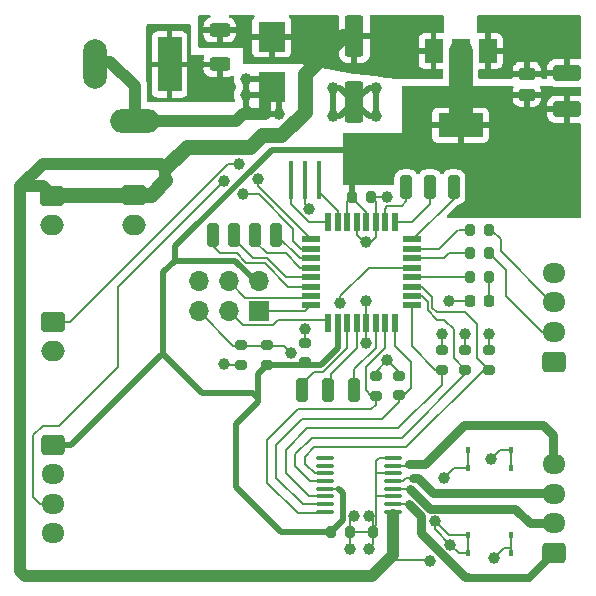
<source format=gbr>
%TF.GenerationSoftware,KiCad,Pcbnew,6.0.8-f2edbf62ab~116~ubuntu20.04.1*%
%TF.CreationDate,2022-11-29T14:24:58-06:00*%
%TF.ProjectId,glasses-display,676c6173-7365-4732-9d64-6973706c6179,rev?*%
%TF.SameCoordinates,Original*%
%TF.FileFunction,Copper,L1,Top*%
%TF.FilePolarity,Positive*%
%FSLAX46Y46*%
G04 Gerber Fmt 4.6, Leading zero omitted, Abs format (unit mm)*
G04 Created by KiCad (PCBNEW 6.0.8-f2edbf62ab~116~ubuntu20.04.1) date 2022-11-29 14:24:58*
%MOMM*%
%LPD*%
G01*
G04 APERTURE LIST*
G04 Aperture macros list*
%AMRoundRect*
0 Rectangle with rounded corners*
0 $1 Rounding radius*
0 $2 $3 $4 $5 $6 $7 $8 $9 X,Y pos of 4 corners*
0 Add a 4 corners polygon primitive as box body*
4,1,4,$2,$3,$4,$5,$6,$7,$8,$9,$2,$3,0*
0 Add four circle primitives for the rounded corners*
1,1,$1+$1,$2,$3*
1,1,$1+$1,$4,$5*
1,1,$1+$1,$6,$7*
1,1,$1+$1,$8,$9*
0 Add four rect primitives between the rounded corners*
20,1,$1+$1,$2,$3,$4,$5,0*
20,1,$1+$1,$4,$5,$6,$7,0*
20,1,$1+$1,$6,$7,$8,$9,0*
20,1,$1+$1,$8,$9,$2,$3,0*%
G04 Aperture macros list end*
%TA.AperFunction,SMDPad,CuDef*%
%ADD10RoundRect,0.200000X0.275000X-0.200000X0.275000X0.200000X-0.275000X0.200000X-0.275000X-0.200000X0*%
%TD*%
%TA.AperFunction,SMDPad,CuDef*%
%ADD11RoundRect,0.200000X-0.275000X0.200000X-0.275000X-0.200000X0.275000X-0.200000X0.275000X0.200000X0*%
%TD*%
%TA.AperFunction,SMDPad,CuDef*%
%ADD12R,1.500000X2.000000*%
%TD*%
%TA.AperFunction,SMDPad,CuDef*%
%ADD13R,3.800000X2.000000*%
%TD*%
%TA.AperFunction,ComponentPad*%
%ADD14RoundRect,0.250000X0.725000X-0.600000X0.725000X0.600000X-0.725000X0.600000X-0.725000X-0.600000X0*%
%TD*%
%TA.AperFunction,ComponentPad*%
%ADD15O,1.950000X1.700000*%
%TD*%
%TA.AperFunction,ComponentPad*%
%ADD16R,1.700000X1.700000*%
%TD*%
%TA.AperFunction,ComponentPad*%
%ADD17O,1.700000X1.700000*%
%TD*%
%TA.AperFunction,SMDPad,CuDef*%
%ADD18R,0.450000X0.600000*%
%TD*%
%TA.AperFunction,SMDPad,CuDef*%
%ADD19RoundRect,0.250000X0.250000X0.750000X-0.250000X0.750000X-0.250000X-0.750000X0.250000X-0.750000X0*%
%TD*%
%TA.AperFunction,ComponentPad*%
%ADD20RoundRect,0.250000X-0.750000X0.600000X-0.750000X-0.600000X0.750000X-0.600000X0.750000X0.600000X0*%
%TD*%
%TA.AperFunction,ComponentPad*%
%ADD21O,2.000000X1.700000*%
%TD*%
%TA.AperFunction,SMDPad,CuDef*%
%ADD22RoundRect,0.250000X0.450000X-0.262500X0.450000X0.262500X-0.450000X0.262500X-0.450000X-0.262500X0*%
%TD*%
%TA.AperFunction,SMDPad,CuDef*%
%ADD23RoundRect,0.250000X-0.550000X1.500000X-0.550000X-1.500000X0.550000X-1.500000X0.550000X1.500000X0*%
%TD*%
%TA.AperFunction,SMDPad,CuDef*%
%ADD24RoundRect,0.250000X0.925000X-0.412500X0.925000X0.412500X-0.925000X0.412500X-0.925000X-0.412500X0*%
%TD*%
%TA.AperFunction,SMDPad,CuDef*%
%ADD25R,0.550000X1.600000*%
%TD*%
%TA.AperFunction,SMDPad,CuDef*%
%ADD26R,1.600000X0.550000*%
%TD*%
%TA.AperFunction,SMDPad,CuDef*%
%ADD27RoundRect,0.250000X-0.250000X-0.750000X0.250000X-0.750000X0.250000X0.750000X-0.250000X0.750000X0*%
%TD*%
%TA.AperFunction,SMDPad,CuDef*%
%ADD28RoundRect,0.200000X-0.200000X-0.275000X0.200000X-0.275000X0.200000X0.275000X-0.200000X0.275000X0*%
%TD*%
%TA.AperFunction,SMDPad,CuDef*%
%ADD29RoundRect,0.100000X-0.637500X-0.100000X0.637500X-0.100000X0.637500X0.100000X-0.637500X0.100000X0*%
%TD*%
%TA.AperFunction,SMDPad,CuDef*%
%ADD30RoundRect,0.250000X0.625000X-0.312500X0.625000X0.312500X-0.625000X0.312500X-0.625000X-0.312500X0*%
%TD*%
%TA.AperFunction,SMDPad,CuDef*%
%ADD31R,0.400000X3.200000*%
%TD*%
%TA.AperFunction,SMDPad,CuDef*%
%ADD32R,2.300000X2.500000*%
%TD*%
%TA.AperFunction,ComponentPad*%
%ADD33R,2.000000X4.600000*%
%TD*%
%TA.AperFunction,ComponentPad*%
%ADD34O,2.000000X4.200000*%
%TD*%
%TA.AperFunction,ComponentPad*%
%ADD35O,4.200000X2.000000*%
%TD*%
%TA.AperFunction,SMDPad,CuDef*%
%ADD36RoundRect,0.200000X0.200000X0.275000X-0.200000X0.275000X-0.200000X-0.275000X0.200000X-0.275000X0*%
%TD*%
%TA.AperFunction,SMDPad,CuDef*%
%ADD37RoundRect,0.218750X-0.218750X-0.256250X0.218750X-0.256250X0.218750X0.256250X-0.218750X0.256250X0*%
%TD*%
%TA.AperFunction,ComponentPad*%
%ADD38RoundRect,0.250000X-0.725000X0.600000X-0.725000X-0.600000X0.725000X-0.600000X0.725000X0.600000X0*%
%TD*%
%TA.AperFunction,ViaPad*%
%ADD39C,1.000000*%
%TD*%
%TA.AperFunction,Conductor*%
%ADD40C,1.250000*%
%TD*%
%TA.AperFunction,Conductor*%
%ADD41C,0.200000*%
%TD*%
%TA.AperFunction,Conductor*%
%ADD42C,1.000000*%
%TD*%
%TA.AperFunction,Conductor*%
%ADD43C,0.500000*%
%TD*%
%TA.AperFunction,Conductor*%
%ADD44C,2.000000*%
%TD*%
%TA.AperFunction,Conductor*%
%ADD45C,0.750000*%
%TD*%
%TA.AperFunction,Conductor*%
%ADD46C,0.700000*%
%TD*%
G04 APERTURE END LIST*
D10*
%TO.P,R1,1*%
%TO.N,VCC*%
X72400000Y-80625000D03*
%TO.P,R1,2*%
%TO.N,~{RESET}*%
X72400000Y-78975000D03*
%TD*%
D11*
%TO.P,C7,1*%
%TO.N,~{RESET}*%
X70200000Y-78975000D03*
%TO.P,C7,2*%
%TO.N,GND*%
X70200000Y-80625000D03*
%TD*%
D12*
%TO.P,U1,1,GND*%
%TO.N,GND*%
X91100000Y-54050000D03*
%TO.P,U1,2,VO*%
%TO.N,VCC*%
X88800000Y-54050000D03*
D13*
X88800000Y-60350000D03*
D12*
%TO.P,U1,3,VI*%
%TO.N,VDD*%
X86500000Y-54050000D03*
%TD*%
D14*
%TO.P,J6,1,Pin_1*%
%TO.N,unconnected-(J6-Pad1)*%
X96700000Y-80350000D03*
D15*
%TO.P,J6,2,Pin_2*%
%TO.N,RXD*%
X96700000Y-77850000D03*
%TO.P,J6,3,Pin_3*%
%TO.N,TXD*%
X96700000Y-75350000D03*
%TO.P,J6,4,Pin_4*%
%TO.N,GND*%
X96700000Y-72850000D03*
%TD*%
D16*
%TO.P,J7,1,Pin_1*%
%TO.N,/MISO*%
X71725000Y-76090000D03*
D17*
%TO.P,J7,2,Pin_2*%
%TO.N,VCC*%
X71725000Y-73550000D03*
%TO.P,J7,3,Pin_3*%
%TO.N,/SCK*%
X69185000Y-76090000D03*
%TO.P,J7,4,Pin_4*%
%TO.N,/MOSI*%
X69185000Y-73550000D03*
%TO.P,J7,5,Pin_5*%
%TO.N,~{RESET}*%
X66645000Y-76090000D03*
%TO.P,J7,6,Pin_6*%
%TO.N,GND*%
X66645000Y-73550000D03*
%TD*%
D18*
%TO.P,D4,1,K*%
%TO.N,VDD*%
X89400000Y-89350000D03*
%TO.P,D4,2,A*%
%TO.N,/COILA2*%
X89400000Y-91450000D03*
%TD*%
D19*
%TO.P,J12,1,Pin_1*%
%TO.N,Net-(J12-Pad1)*%
X77600000Y-82800000D03*
%TD*%
D20*
%TO.P,J2,1,Pin_1*%
%TO.N,VDD*%
X54200000Y-66300000D03*
D21*
%TO.P,J2,2,Pin_2*%
%TO.N,GND*%
X54200000Y-68800000D03*
%TD*%
D10*
%TO.P,R6,1*%
%TO.N,/STBY*%
X87200000Y-81050000D03*
%TO.P,R6,2*%
%TO.N,GND*%
X87200000Y-79400000D03*
%TD*%
D22*
%TO.P,C2,1*%
%TO.N,VCC*%
X94400000Y-57800000D03*
%TO.P,C2,2*%
%TO.N,GND*%
X94400000Y-55975000D03*
%TD*%
D23*
%TO.P,C1,1*%
%TO.N,VDD*%
X79800000Y-52800000D03*
%TO.P,C1,2*%
%TO.N,GND*%
X79800000Y-58400000D03*
%TD*%
D24*
%TO.P,C3,1*%
%TO.N,VCC*%
X97800000Y-59000000D03*
%TO.P,C3,2*%
%TO.N,GND*%
X97800000Y-55925000D03*
%TD*%
D25*
%TO.P,U2,1,PD3*%
%TO.N,Net-(J16-Pad1)*%
X83200000Y-68550000D03*
%TO.P,U2,2,PD4*%
%TO.N,Net-(J17-Pad1)*%
X82400000Y-68550000D03*
%TO.P,U2,3,GND*%
%TO.N,GND*%
X81600000Y-68550000D03*
%TO.P,U2,4,VCC*%
%TO.N,VCC*%
X80800000Y-68550000D03*
%TO.P,U2,5,GND*%
%TO.N,GND*%
X80000000Y-68550000D03*
%TO.P,U2,6,VCC*%
%TO.N,VCC*%
X79200000Y-68550000D03*
%TO.P,U2,7,PB6/XTAL1*%
%TO.N,/XTAL1*%
X78400000Y-68550000D03*
%TO.P,U2,8,PB7/XTAL2*%
%TO.N,/XTAL2*%
X77600000Y-68550000D03*
D26*
%TO.P,U2,9,PD5*%
%TO.N,HOME_SWITCH*%
X76150000Y-70000000D03*
%TO.P,U2,10,PD6*%
%TO.N,BUTTON*%
X76150000Y-70800000D03*
%TO.P,U2,11,PD7*%
%TO.N,Net-(J18-Pad1)*%
X76150000Y-71600000D03*
%TO.P,U2,12,PB0*%
%TO.N,Net-(J9-Pad1)*%
X76150000Y-72400000D03*
%TO.P,U2,13,PB1*%
%TO.N,Net-(J10-Pad1)*%
X76150000Y-73200000D03*
%TO.P,U2,14,PB2*%
%TO.N,Net-(J11-Pad1)*%
X76150000Y-74000000D03*
%TO.P,U2,15,PB3*%
%TO.N,/MOSI*%
X76150000Y-74800000D03*
%TO.P,U2,16,PB4*%
%TO.N,/MISO*%
X76150000Y-75600000D03*
D25*
%TO.P,U2,17,PB5*%
%TO.N,/SCK*%
X77600000Y-77050000D03*
%TO.P,U2,18,AVCC*%
%TO.N,VCC*%
X78400000Y-77050000D03*
%TO.P,U2,19,ADC6*%
%TO.N,Net-(J13-Pad1)*%
X79200000Y-77050000D03*
%TO.P,U2,20,AREF*%
%TO.N,Net-(J12-Pad1)*%
X80000000Y-77050000D03*
%TO.P,U2,21,AGND*%
%TO.N,GND*%
X80800000Y-77050000D03*
%TO.P,U2,22,ADC7*%
%TO.N,Net-(J14-Pad1)*%
X81600000Y-77050000D03*
%TO.P,U2,23,PC0*%
%TO.N,/EN_B*%
X82400000Y-77050000D03*
%TO.P,U2,24,PC1*%
%TO.N,/PHA_B*%
X83200000Y-77050000D03*
D26*
%TO.P,U2,25,PC2*%
%TO.N,/STBY*%
X84650000Y-75600000D03*
%TO.P,U2,26,PC3*%
%TO.N,/EN_A*%
X84650000Y-74800000D03*
%TO.P,U2,27,PC4*%
%TO.N,/PHA_A*%
X84650000Y-74000000D03*
%TO.P,U2,28,PC5*%
%TO.N,Net-(R9-Pad1)*%
X84650000Y-73200000D03*
%TO.P,U2,29,PC6/~{RESET}*%
%TO.N,~{RESET}*%
X84650000Y-72400000D03*
%TO.P,U2,30,PD0*%
%TO.N,/RXD_PIN*%
X84650000Y-71600000D03*
%TO.P,U2,31,PD1*%
%TO.N,/TXD_PIN*%
X84650000Y-70800000D03*
%TO.P,U2,32,PD2*%
%TO.N,Net-(J15-Pad1)*%
X84650000Y-70000000D03*
%TD*%
D27*
%TO.P,J14,1,Pin_1*%
%TO.N,Net-(J14-Pad1)*%
X79800000Y-82800000D03*
%TD*%
D28*
%TO.P,R9,1*%
%TO.N,Net-(R9-Pad1)*%
X89550000Y-73200000D03*
%TO.P,R9,2*%
%TO.N,Net-(D10-Pad2)*%
X91200000Y-73200000D03*
%TD*%
D20*
%TO.P,J4,1,Pin_1*%
%TO.N,HOME_SWITCH*%
X54300000Y-77000000D03*
D21*
%TO.P,J4,2,Pin_2*%
%TO.N,GND*%
X54300000Y-79500000D03*
%TD*%
D19*
%TO.P,J10,1,Pin_1*%
%TO.N,Net-(J10-Pad1)*%
X69600000Y-69600000D03*
%TD*%
D27*
%TO.P,J13,1,Pin_1*%
%TO.N,Net-(J13-Pad1)*%
X75400000Y-82800000D03*
%TD*%
D18*
%TO.P,D7,1,K*%
%TO.N,/COILB1*%
X93100000Y-92950000D03*
%TO.P,D7,2,A*%
%TO.N,GND*%
X93100000Y-95050000D03*
%TD*%
%TO.P,D8,1,K*%
%TO.N,VDD*%
X89400000Y-96550000D03*
%TO.P,D8,2,A*%
%TO.N,/COILB2*%
X89400000Y-98650000D03*
%TD*%
D14*
%TO.P,J8,1,Pin_1*%
%TO.N,/COILB2*%
X96700000Y-96550000D03*
D15*
%TO.P,J8,2,Pin_2*%
%TO.N,/COILB1*%
X96700000Y-94050000D03*
%TO.P,J8,3,Pin_3*%
%TO.N,/COILA2*%
X96700000Y-91550000D03*
%TO.P,J8,4,Pin_4*%
%TO.N,/COILA1*%
X96700000Y-89050000D03*
%TD*%
D29*
%TO.P,U3,1,NC*%
%TO.N,unconnected-(U3-Pad1)*%
X77337500Y-88525000D03*
%TO.P,U3,2,NC*%
%TO.N,unconnected-(U3-Pad2)*%
X77337500Y-89175000D03*
%TO.P,U3,3,PHA_A*%
%TO.N,/PHA_A*%
X77337500Y-89825000D03*
%TO.P,U3,4,EN_A*%
%TO.N,/EN_A*%
X77337500Y-90475000D03*
%TO.P,U3,5,VCC*%
%TO.N,VCC*%
X77337500Y-91125000D03*
%TO.P,U3,6,STBY*%
%TO.N,/STBY*%
X77337500Y-91775000D03*
%TO.P,U3,7,PHA_B*%
%TO.N,/PHA_B*%
X77337500Y-92425000D03*
%TO.P,U3,8,EN_B*%
%TO.N,/EN_B*%
X77337500Y-93075000D03*
%TO.P,U3,9,VM*%
%TO.N,VDD*%
X83062500Y-93075000D03*
%TO.P,U3,10,BO2*%
%TO.N,/COILB2*%
X83062500Y-92425000D03*
%TO.P,U3,11,GND*%
%TO.N,GND*%
X83062500Y-91775000D03*
%TO.P,U3,12,BO1*%
%TO.N,/COILB1*%
X83062500Y-91125000D03*
%TO.P,U3,13,AO2*%
%TO.N,/COILA2*%
X83062500Y-90475000D03*
%TO.P,U3,14,GND*%
%TO.N,GND*%
X83062500Y-89825000D03*
%TO.P,U3,15,AO1*%
%TO.N,/COILA1*%
X83062500Y-89175000D03*
%TO.P,U3,16,GND*%
%TO.N,GND*%
X83062500Y-88525000D03*
%TD*%
D19*
%TO.P,J11,1,Pin_1*%
%TO.N,Net-(J11-Pad1)*%
X67800000Y-69600000D03*
%TD*%
D18*
%TO.P,D2,1,K*%
%TO.N,VDD*%
X89400000Y-87850000D03*
%TO.P,D2,2,A*%
%TO.N,/COILA1*%
X89400000Y-85750000D03*
%TD*%
D30*
%TO.P,F1,1*%
%TO.N,Net-(F1-Pad1)*%
X68400000Y-55200000D03*
%TO.P,F1,2*%
%TO.N,VDD*%
X68400000Y-52275000D03*
%TD*%
D10*
%TO.P,R5,1*%
%TO.N,/PHA_B*%
X83600000Y-83225000D03*
%TO.P,R5,2*%
%TO.N,GND*%
X83600000Y-81575000D03*
%TD*%
D31*
%TO.P,Y1,1,1*%
%TO.N,/XTAL1*%
X76800000Y-65000000D03*
%TO.P,Y1,2,2*%
%TO.N,GND*%
X75600000Y-65000000D03*
%TO.P,Y1,3,3*%
%TO.N,/XTAL2*%
X74400000Y-65000000D03*
%TD*%
D32*
%TO.P,D1,1,K*%
%TO.N,VDD*%
X72800000Y-52850000D03*
%TO.P,D1,2,A*%
%TO.N,GND*%
X72800000Y-57150000D03*
%TD*%
D20*
%TO.P,J3,1,Pin_1*%
%TO.N,VDD*%
X61100000Y-66250000D03*
D21*
%TO.P,J3,2,Pin_2*%
%TO.N,GND*%
X61100000Y-68750000D03*
%TD*%
D10*
%TO.P,R7,1*%
%TO.N,/EN_A*%
X89200000Y-81050000D03*
%TO.P,R7,2*%
%TO.N,GND*%
X89200000Y-79400000D03*
%TD*%
%TO.P,R8,1*%
%TO.N,/PHA_A*%
X91200000Y-81050000D03*
%TO.P,R8,2*%
%TO.N,GND*%
X91200000Y-79400000D03*
%TD*%
D33*
%TO.P,J1,1*%
%TO.N,Net-(F1-Pad1)*%
X64150000Y-55200000D03*
D34*
%TO.P,J1,2*%
%TO.N,GND*%
X57850000Y-55200000D03*
D35*
%TO.P,J1,3*%
X61250000Y-60000000D03*
%TD*%
D36*
%TO.P,C5,1*%
%TO.N,GND*%
X79450000Y-94800000D03*
%TO.P,C5,2*%
%TO.N,VCC*%
X77800000Y-94800000D03*
%TD*%
D19*
%TO.P,J18,1,Pin_1*%
%TO.N,Net-(J18-Pad1)*%
X73200000Y-69600000D03*
%TD*%
D28*
%TO.P,C4,1*%
%TO.N,VCC*%
X79600000Y-66400000D03*
%TO.P,C4,2*%
%TO.N,GND*%
X81250000Y-66400000D03*
%TD*%
%TO.P,R2,1*%
%TO.N,/RXD_PIN*%
X89550000Y-71200000D03*
%TO.P,R2,2*%
%TO.N,RXD*%
X91200000Y-71200000D03*
%TD*%
D36*
%TO.P,C8,1*%
%TO.N,VDD*%
X83050000Y-94800000D03*
%TO.P,C8,2*%
%TO.N,GND*%
X81400000Y-94800000D03*
%TD*%
D18*
%TO.P,D3,1,K*%
%TO.N,/COILA1*%
X93100000Y-85750000D03*
%TO.P,D3,2,A*%
%TO.N,GND*%
X93100000Y-87850000D03*
%TD*%
D28*
%TO.P,R3,1*%
%TO.N,/TXD_PIN*%
X89550000Y-69200000D03*
%TO.P,R3,2*%
%TO.N,TXD*%
X91200000Y-69200000D03*
%TD*%
D27*
%TO.P,J16,1,Pin_1*%
%TO.N,Net-(J16-Pad1)*%
X86200000Y-65600000D03*
%TD*%
D18*
%TO.P,D5,1,K*%
%TO.N,/COILA2*%
X93100000Y-91450000D03*
%TO.P,D5,2,A*%
%TO.N,GND*%
X93100000Y-89350000D03*
%TD*%
D37*
%TO.P,D10,1,K*%
%TO.N,GND*%
X89625000Y-75200000D03*
%TO.P,D10,2,A*%
%TO.N,Net-(D10-Pad2)*%
X91200000Y-75200000D03*
%TD*%
D27*
%TO.P,J17,1,Pin_1*%
%TO.N,Net-(J17-Pad1)*%
X84200000Y-65600000D03*
%TD*%
D10*
%TO.P,R4,1*%
%TO.N,/EN_B*%
X81600000Y-83250000D03*
%TO.P,R4,2*%
%TO.N,GND*%
X81600000Y-81600000D03*
%TD*%
D18*
%TO.P,D6,1,K*%
%TO.N,VDD*%
X89400000Y-95050000D03*
%TO.P,D6,2,A*%
%TO.N,/COILB1*%
X89400000Y-92950000D03*
%TD*%
D10*
%TO.P,C6,1*%
%TO.N,VCC*%
X75600000Y-80425000D03*
%TO.P,C6,2*%
%TO.N,GND*%
X75600000Y-78775000D03*
%TD*%
D19*
%TO.P,J9,1,Pin_1*%
%TO.N,Net-(J9-Pad1)*%
X71400000Y-69600000D03*
%TD*%
D18*
%TO.P,D9,1,K*%
%TO.N,/COILB2*%
X93100000Y-98650000D03*
%TO.P,D9,2,A*%
%TO.N,GND*%
X93100000Y-96550000D03*
%TD*%
D27*
%TO.P,J15,1,Pin_1*%
%TO.N,Net-(J15-Pad1)*%
X88200000Y-65600000D03*
%TD*%
D38*
%TO.P,J5,1,Pin_1*%
%TO.N,VCC*%
X54300000Y-87400000D03*
D15*
%TO.P,J5,2,Pin_2*%
%TO.N,GND*%
X54300000Y-89900000D03*
%TO.P,J5,3,Pin_3*%
%TO.N,BUTTON*%
X54300000Y-92400000D03*
%TO.P,J5,4,Pin_4*%
%TO.N,GND*%
X54300000Y-94900000D03*
%TD*%
D39*
%TO.N,VDD*%
X87934787Y-95865213D03*
X86200000Y-97200000D03*
X86600000Y-93874500D03*
X87400000Y-90200000D03*
%TO.N,GND*%
X94400000Y-54000000D03*
X72000000Y-59400000D03*
X79400000Y-96200000D03*
X70600000Y-56400000D03*
X75600000Y-77599500D03*
X79800000Y-93400000D03*
X97800000Y-51600000D03*
X80800000Y-75200000D03*
X97800000Y-54200000D03*
X81600000Y-57200000D03*
X91000000Y-51800000D03*
X91400000Y-88600000D03*
X78000000Y-59600000D03*
X80800000Y-70200000D03*
X81000000Y-96200000D03*
X82600000Y-80200000D03*
X73400000Y-59400000D03*
X87800000Y-75200000D03*
X80800000Y-78800000D03*
X91200000Y-78000000D03*
X89200000Y-78000000D03*
X91600000Y-97000000D03*
X70600000Y-57800000D03*
X76000000Y-67400000D03*
X78000000Y-57200000D03*
X81600000Y-59600000D03*
X87200000Y-78000000D03*
X81000000Y-93400000D03*
X68800000Y-80600000D03*
X82600000Y-66400000D03*
%TO.N,HOME_SWITCH*%
X70028602Y-63600000D03*
X71671398Y-64871398D03*
%TO.N,BUTTON*%
X68763948Y-65092549D03*
X70400000Y-66200000D03*
%TO.N,~{RESET}*%
X78600000Y-75400000D03*
X74400000Y-79600000D03*
%TD*%
D40*
%TO.N,VDD*%
X78800000Y-52800000D02*
X79800000Y-52800000D01*
X71000000Y-62200000D02*
X72000000Y-61200000D01*
D41*
X86200000Y-97200000D02*
X86150000Y-97150000D01*
X83050000Y-93087500D02*
X83062500Y-93075000D01*
D42*
X63400000Y-63600000D02*
X53400000Y-63600000D01*
X51900000Y-98500000D02*
X81300000Y-98500000D01*
D41*
X86600000Y-93874500D02*
X86600000Y-94530426D01*
D42*
X63800000Y-65000000D02*
X63800000Y-64000000D01*
X83050000Y-93325000D02*
X83062500Y-93325000D01*
D40*
X72000000Y-61200000D02*
X73600000Y-61200000D01*
D41*
X87775500Y-95050000D02*
X89400000Y-95050000D01*
X86600000Y-93874500D02*
X87775500Y-95050000D01*
D42*
X51500000Y-65500000D02*
X53400000Y-65500000D01*
X53400000Y-63600000D02*
X51500000Y-65500000D01*
D40*
X62550000Y-66250000D02*
X61100000Y-66250000D01*
X65600000Y-62200000D02*
X71000000Y-62200000D01*
X63800000Y-64000000D02*
X65600000Y-62200000D01*
D41*
X88250000Y-89350000D02*
X89400000Y-89350000D01*
D42*
X83050000Y-96750000D02*
X83050000Y-94800000D01*
X51500000Y-98100000D02*
X51900000Y-98500000D01*
D41*
X86150000Y-97150000D02*
X83050000Y-97150000D01*
D40*
X75600000Y-56000000D02*
X78800000Y-52800000D01*
D42*
X81300000Y-98500000D02*
X83050000Y-96750000D01*
D41*
X89400000Y-87850000D02*
X89400000Y-89350000D01*
D40*
X73600000Y-61200000D02*
X75600000Y-59200000D01*
D42*
X51500000Y-65500000D02*
X51500000Y-98100000D01*
X53400000Y-65500000D02*
X54200000Y-66300000D01*
D41*
X87934787Y-95865213D02*
X88619574Y-96550000D01*
X86600000Y-94530426D02*
X87934787Y-95865213D01*
D40*
X75600000Y-59200000D02*
X75600000Y-56000000D01*
X61100000Y-66250000D02*
X54250000Y-66250000D01*
D42*
X83050000Y-94800000D02*
X83050000Y-93325000D01*
X63800000Y-64000000D02*
X63400000Y-63600000D01*
D40*
X63800000Y-65000000D02*
X62550000Y-66250000D01*
D41*
X87400000Y-90200000D02*
X88250000Y-89350000D01*
D40*
X54250000Y-66250000D02*
X54200000Y-66300000D01*
D41*
X89400000Y-95050000D02*
X89400000Y-96550000D01*
X88619574Y-96550000D02*
X89400000Y-96550000D01*
%TO.N,GND*%
X93100000Y-96100000D02*
X92500000Y-96100000D01*
X81875000Y-88525000D02*
X81600000Y-88800000D01*
X80800000Y-75200000D02*
X80800000Y-77050000D01*
X93100000Y-96750000D02*
X93100000Y-96100000D01*
X89200000Y-79400000D02*
X89200000Y-78000000D01*
X80600000Y-70200000D02*
X80800000Y-70200000D01*
D42*
X61800000Y-60000000D02*
X69800000Y-60000000D01*
D41*
X83062500Y-91775000D02*
X81625000Y-91775000D01*
X68825000Y-80625000D02*
X68800000Y-80600000D01*
X81600000Y-88800000D02*
X81600000Y-89800000D01*
X93100000Y-87850000D02*
X92150000Y-87850000D01*
D43*
X72000000Y-59400000D02*
X71200000Y-59400000D01*
D41*
X83062500Y-89825000D02*
X81625000Y-89825000D01*
X79450000Y-96150000D02*
X79450000Y-94800000D01*
D43*
X73400000Y-59400000D02*
X73400000Y-57750000D01*
D41*
X80800000Y-78800000D02*
X80800000Y-77800000D01*
X75600000Y-67000000D02*
X75600000Y-64600000D01*
X81625000Y-91775000D02*
X81600000Y-91800000D01*
D43*
X78000000Y-59600000D02*
X78000000Y-57200000D01*
D41*
X79450000Y-93750000D02*
X79450000Y-94800000D01*
D43*
X72000000Y-57950000D02*
X72800000Y-57150000D01*
D41*
X92500000Y-96100000D02*
X91600000Y-97000000D01*
D42*
X72200000Y-57400000D02*
X72200000Y-59400000D01*
X61250000Y-57050000D02*
X61250000Y-59750000D01*
D41*
X83062500Y-88525000D02*
X81875000Y-88525000D01*
X92150000Y-87850000D02*
X91400000Y-88600000D01*
D42*
X61400000Y-59600000D02*
X61800000Y-60000000D01*
D41*
X81600000Y-94225000D02*
X81200000Y-94625000D01*
X87200000Y-79400000D02*
X87200000Y-78000000D01*
X81400000Y-93800000D02*
X81400000Y-94800000D01*
D43*
X70600000Y-57800000D02*
X70600000Y-56400000D01*
D41*
X81000000Y-93400000D02*
X81400000Y-93800000D01*
D42*
X69800000Y-60000000D02*
X70400000Y-59400000D01*
X57850000Y-54950000D02*
X59150000Y-54950000D01*
D41*
X80000000Y-68550000D02*
X80000000Y-69600000D01*
X81600000Y-66750000D02*
X81600000Y-68550000D01*
X80800000Y-70200000D02*
X81200000Y-70200000D01*
D43*
X81600000Y-59600000D02*
X81000000Y-59600000D01*
D41*
X83600000Y-81575000D02*
X83600000Y-81200000D01*
X70200000Y-80625000D02*
X68825000Y-80625000D01*
X80000000Y-69600000D02*
X80600000Y-70200000D01*
X81250000Y-66400000D02*
X81600000Y-66750000D01*
D43*
X78000000Y-59600000D02*
X78600000Y-59600000D01*
D41*
X93100000Y-89350000D02*
X93100000Y-87850000D01*
X89600000Y-75200000D02*
X87800000Y-75200000D01*
D43*
X71200000Y-59400000D02*
X70600000Y-58800000D01*
X73400000Y-59400000D02*
X72000000Y-59400000D01*
D42*
X70400000Y-59400000D02*
X71200000Y-59400000D01*
D41*
X81600000Y-89800000D02*
X81600000Y-91800000D01*
D42*
X72200000Y-59400000D02*
X71200000Y-59400000D01*
D41*
X93100000Y-96100000D02*
X93100000Y-95250000D01*
X79800000Y-93400000D02*
X79450000Y-93750000D01*
X81600000Y-81200000D02*
X82600000Y-80200000D01*
X81250000Y-66400000D02*
X82600000Y-66400000D01*
X81625000Y-89825000D02*
X81600000Y-89800000D01*
X81600000Y-91800000D02*
X81600000Y-94225000D01*
X81400000Y-94800000D02*
X81400000Y-95800000D01*
D43*
X81600000Y-57200000D02*
X81600000Y-59600000D01*
X70600000Y-58800000D02*
X70600000Y-57800000D01*
D41*
X81600000Y-81600000D02*
X81600000Y-81200000D01*
D43*
X70600000Y-56400000D02*
X72050000Y-56400000D01*
X70600000Y-57800000D02*
X72150000Y-57800000D01*
X72200000Y-59200000D02*
X72200000Y-57400000D01*
X61400000Y-59600000D02*
X61250000Y-59750000D01*
X78600000Y-59600000D02*
X79800000Y-58400000D01*
X72150000Y-57800000D02*
X72800000Y-57150000D01*
D41*
X79400000Y-96200000D02*
X79450000Y-96150000D01*
X91200000Y-79400000D02*
X91200000Y-78000000D01*
D42*
X59150000Y-54950000D02*
X61250000Y-57050000D01*
D43*
X78000000Y-57200000D02*
X78600000Y-57200000D01*
X81000000Y-57200000D02*
X79800000Y-58400000D01*
D41*
X81400000Y-95800000D02*
X81000000Y-96200000D01*
D43*
X72000000Y-59400000D02*
X72000000Y-57950000D01*
X72000000Y-59400000D02*
X72200000Y-59200000D01*
X73400000Y-57750000D02*
X72800000Y-57150000D01*
D41*
X75600000Y-77599500D02*
X75600000Y-78775000D01*
D43*
X81600000Y-57200000D02*
X81000000Y-57200000D01*
X78600000Y-57200000D02*
X79800000Y-58400000D01*
D41*
X81600000Y-69800000D02*
X81600000Y-68550000D01*
X79450000Y-94800000D02*
X81400000Y-94800000D01*
D43*
X81000000Y-59600000D02*
X79800000Y-58400000D01*
D41*
X83600000Y-81200000D02*
X82600000Y-80200000D01*
X76000000Y-67400000D02*
X75600000Y-67000000D01*
D43*
X72050000Y-56400000D02*
X72800000Y-57150000D01*
D41*
X81200000Y-70200000D02*
X81600000Y-69800000D01*
D43*
%TO.N,VCC*%
X71437500Y-73550000D02*
X69687500Y-71800000D01*
X78463908Y-91125000D02*
X78800000Y-91461092D01*
X69800000Y-85600000D02*
X69800000Y-91000000D01*
X69687500Y-71800000D02*
X64600000Y-71800000D01*
X63700000Y-79800000D02*
X63600000Y-79800000D01*
X69800000Y-91000000D02*
X73600000Y-94800000D01*
D41*
X80800000Y-68550000D02*
X80800000Y-67675000D01*
D43*
X63400000Y-79800000D02*
X63600000Y-79800000D01*
X71600000Y-83400000D02*
X71600000Y-81425000D01*
X73600000Y-94800000D02*
X77800000Y-94800000D01*
X71600000Y-83400000D02*
X71600000Y-83800000D01*
X79600000Y-66400000D02*
X79600000Y-62800000D01*
X71600000Y-83400000D02*
X71200000Y-83000000D01*
X72375000Y-80650000D02*
X76950000Y-80650000D01*
X66900000Y-83000000D02*
X63700000Y-79800000D01*
X64600000Y-70600000D02*
X64600000Y-71800000D01*
D41*
X79600000Y-66475000D02*
X79600000Y-66400000D01*
D43*
X78400000Y-91125000D02*
X78463908Y-91125000D01*
X78800000Y-93800000D02*
X77800000Y-94800000D01*
X71200000Y-83000000D02*
X66900000Y-83000000D01*
X64600000Y-71800000D02*
X63600000Y-72800000D01*
X63600000Y-72800000D02*
X63600000Y-79800000D01*
D41*
X79600000Y-66400000D02*
X79200000Y-66800000D01*
D43*
X71600000Y-81425000D02*
X72375000Y-80650000D01*
X79600000Y-62800000D02*
X79200000Y-62400000D01*
X54300000Y-87400000D02*
X55800000Y-87400000D01*
X78400000Y-78800000D02*
X78400000Y-77050000D01*
X78800000Y-91461092D02*
X78800000Y-93800000D01*
D41*
X77337500Y-91125000D02*
X78400000Y-91125000D01*
D43*
X71725000Y-73550000D02*
X71437500Y-73550000D01*
X71600000Y-83800000D02*
X69800000Y-85600000D01*
X55800000Y-87400000D02*
X63400000Y-79800000D01*
X79200000Y-62400000D02*
X72800000Y-62400000D01*
X72800000Y-62400000D02*
X64600000Y-70600000D01*
X78400000Y-79200000D02*
X78400000Y-78800000D01*
D44*
X88800000Y-54050000D02*
X88800000Y-60350000D01*
D43*
X76950000Y-80650000D02*
X78400000Y-79200000D01*
D41*
X79200000Y-66800000D02*
X79200000Y-68550000D01*
X80800000Y-67675000D02*
X79600000Y-66475000D01*
D45*
%TO.N,/COILA1*%
X96600000Y-86600000D02*
X95750000Y-85750000D01*
X85800000Y-89000000D02*
X84400000Y-89000000D01*
X96600000Y-88950000D02*
X96600000Y-86600000D01*
X95750000Y-85750000D02*
X93100000Y-85750000D01*
X89050000Y-85750000D02*
X85800000Y-89000000D01*
D41*
X84400000Y-89000000D02*
X84225000Y-89175000D01*
D45*
X89400000Y-85750000D02*
X89050000Y-85750000D01*
D41*
X84225000Y-89175000D02*
X83062500Y-89175000D01*
D45*
X96700000Y-89050000D02*
X96600000Y-88950000D01*
X89400000Y-85750000D02*
X93100000Y-85750000D01*
D41*
%TO.N,/COILA2*%
X83925000Y-90475000D02*
X83062500Y-90475000D01*
D45*
X85200000Y-90200000D02*
X86450000Y-91450000D01*
X96700000Y-91550000D02*
X96600000Y-91450000D01*
D41*
X84200000Y-90200000D02*
X83925000Y-90475000D01*
D45*
X86450000Y-91450000D02*
X89400000Y-91450000D01*
X84800000Y-90200000D02*
X85200000Y-90200000D01*
X89400000Y-91450000D02*
X93100000Y-91450000D01*
D41*
X84800000Y-90200000D02*
X84200000Y-90200000D01*
D45*
X96600000Y-91450000D02*
X93100000Y-91450000D01*
D41*
%TO.N,/COILB1*%
X84525000Y-91125000D02*
X83062500Y-91125000D01*
D45*
X96700000Y-94050000D02*
X94650000Y-94050000D01*
X93400000Y-92800000D02*
X86200000Y-92800000D01*
X94650000Y-94050000D02*
X93400000Y-92800000D01*
X86200000Y-92800000D02*
X84525000Y-91125000D01*
%TO.N,/COILB2*%
X89150000Y-98600000D02*
X89175000Y-98625000D01*
X89150000Y-98600000D02*
X85400000Y-94850000D01*
X85400000Y-93400000D02*
X84425000Y-92425000D01*
D46*
X93100000Y-98650000D02*
X94600000Y-98650000D01*
D45*
X85400000Y-94850000D02*
X85400000Y-93400000D01*
X89200000Y-98600000D02*
X89150000Y-98600000D01*
X89175000Y-98625000D02*
X89400000Y-98625000D01*
D46*
X93100000Y-98650000D02*
X89400000Y-98650000D01*
D41*
X84425000Y-92425000D02*
X83062500Y-92425000D01*
D46*
X94600000Y-98650000D02*
X96700000Y-96550000D01*
D41*
%TO.N,Net-(D10-Pad2)*%
X91200000Y-73200000D02*
X91200000Y-75200000D01*
%TO.N,Net-(F1-Pad1)*%
X68150000Y-54950000D02*
X68400000Y-55200000D01*
%TO.N,HOME_SWITCH*%
X70028602Y-63600000D02*
X69125833Y-63600000D01*
X55725833Y-77000000D02*
X54300000Y-77000000D01*
X71671398Y-65471398D02*
X76150000Y-69950000D01*
X69125833Y-63600000D02*
X55725833Y-77000000D01*
X71671398Y-64871398D02*
X71671398Y-65471398D01*
X76150000Y-69950000D02*
X76150000Y-70000000D01*
%TO.N,BUTTON*%
X75275000Y-70800000D02*
X76150000Y-70800000D01*
X54800000Y-85800000D02*
X53400000Y-85800000D01*
X53400000Y-85800000D02*
X52600000Y-86600000D01*
X68763948Y-65092549D02*
X68763948Y-65093256D01*
X74600000Y-70125000D02*
X75275000Y-70800000D01*
X52600000Y-86600000D02*
X52600000Y-91800000D01*
X74600000Y-69100000D02*
X74600000Y-70125000D01*
X52600000Y-91800000D02*
X53200000Y-92400000D01*
X70400000Y-66200000D02*
X71700000Y-66200000D01*
X59800000Y-74057204D02*
X59800000Y-80800000D01*
X59800000Y-80800000D02*
X54800000Y-85800000D01*
X53200000Y-92400000D02*
X54300000Y-92400000D01*
X68763948Y-65093256D02*
X59800000Y-74057204D01*
X71700000Y-66200000D02*
X74600000Y-69100000D01*
%TO.N,RXD*%
X92600000Y-74800000D02*
X95650000Y-77850000D01*
X91200000Y-71200000D02*
X92600000Y-72600000D01*
X92600000Y-72600000D02*
X92600000Y-74800000D01*
X95650000Y-77850000D02*
X96300000Y-77850000D01*
%TO.N,TXD*%
X92200000Y-71000000D02*
X92200000Y-70000000D01*
X92200000Y-70000000D02*
X91400000Y-69200000D01*
X96300000Y-75100000D02*
X92200000Y-71000000D01*
X96300000Y-75350000D02*
X96300000Y-75100000D01*
%TO.N,/MISO*%
X75660000Y-76090000D02*
X76150000Y-75600000D01*
X71725000Y-76090000D02*
X75660000Y-76090000D01*
%TO.N,/SCK*%
X72875000Y-77240000D02*
X70335000Y-77240000D01*
X77600000Y-77050000D02*
X77350000Y-76800000D01*
X73315000Y-76800000D02*
X72875000Y-77240000D01*
X70335000Y-77240000D02*
X69185000Y-76090000D01*
X77350000Y-76800000D02*
X73315000Y-76800000D01*
%TO.N,/MOSI*%
X76010000Y-74940000D02*
X76150000Y-74800000D01*
X69185000Y-73550000D02*
X70575000Y-74940000D01*
X70575000Y-74940000D02*
X76010000Y-74940000D01*
%TO.N,~{RESET}*%
X78600000Y-75400000D02*
X78600000Y-74800000D01*
X69555000Y-79000000D02*
X66645000Y-76090000D01*
X81000000Y-72400000D02*
X84650000Y-72400000D01*
X78600000Y-74800000D02*
X81000000Y-72400000D01*
X74400000Y-79600000D02*
X73800000Y-79000000D01*
X73800000Y-79000000D02*
X69555000Y-79000000D01*
%TO.N,/RXD_PIN*%
X87400000Y-71600000D02*
X84650000Y-71600000D01*
X87800000Y-71200000D02*
X87400000Y-71600000D01*
X89550000Y-71200000D02*
X87825000Y-71200000D01*
%TO.N,/TXD_PIN*%
X87000000Y-70800000D02*
X84650000Y-70800000D01*
X88600000Y-69200000D02*
X87000000Y-70800000D01*
X89550000Y-69200000D02*
X88625000Y-69200000D01*
%TO.N,/EN_B*%
X72400000Y-87000000D02*
X72400000Y-90600000D01*
X81200000Y-84400000D02*
X75000000Y-84400000D01*
X75000000Y-93200000D02*
X77212500Y-93200000D01*
X82400000Y-77050000D02*
X82400000Y-79200000D01*
X80800000Y-80800000D02*
X80800000Y-82800000D01*
X80800000Y-82800000D02*
X81250000Y-83250000D01*
X81600000Y-84000000D02*
X81200000Y-84400000D01*
X77212500Y-93200000D02*
X77337500Y-93075000D01*
X72400000Y-90600000D02*
X75000000Y-93200000D01*
X75000000Y-84400000D02*
X72400000Y-87000000D01*
X81600000Y-83250000D02*
X81600000Y-84000000D01*
X82400000Y-79200000D02*
X80800000Y-80800000D01*
X81250000Y-83250000D02*
X81600000Y-83250000D01*
%TO.N,/PHA_B*%
X83600000Y-83765685D02*
X83600000Y-83225000D01*
X77337500Y-92425000D02*
X75425000Y-92425000D01*
X82165685Y-85200000D02*
X83600000Y-83765685D01*
X73200000Y-87400000D02*
X75400000Y-85200000D01*
X84600000Y-82600000D02*
X84600000Y-80400000D01*
X83975000Y-83225000D02*
X84600000Y-82600000D01*
X83200000Y-79000000D02*
X83200000Y-77050000D01*
X83600000Y-83225000D02*
X83975000Y-83225000D01*
X73200000Y-90200000D02*
X73200000Y-87400000D01*
X75400000Y-85200000D02*
X82165685Y-85200000D01*
X84600000Y-80400000D02*
X83200000Y-79000000D01*
X75425000Y-92425000D02*
X73200000Y-90200000D01*
%TO.N,/STBY*%
X83500000Y-86000000D02*
X75800000Y-86000000D01*
X84650000Y-79050000D02*
X84650000Y-75600000D01*
X75800000Y-86000000D02*
X74000000Y-87800000D01*
X87200000Y-82300000D02*
X83500000Y-86000000D01*
X75975000Y-91775000D02*
X77337500Y-91775000D01*
X74000000Y-89800000D02*
X75975000Y-91775000D01*
X74000000Y-87800000D02*
X74000000Y-89800000D01*
X87200000Y-81050000D02*
X87200000Y-82300000D01*
X86650000Y-81050000D02*
X84650000Y-79050000D01*
X87200000Y-81050000D02*
X86650000Y-81050000D01*
%TO.N,/EN_A*%
X83800000Y-86800000D02*
X89200000Y-81400000D01*
X88200000Y-80050000D02*
X88200000Y-78650000D01*
X85525000Y-74800000D02*
X84650000Y-74800000D01*
X86800000Y-76800000D02*
X86000000Y-76000000D01*
X74800000Y-88200000D02*
X76200000Y-86800000D01*
X76200000Y-86800000D02*
X83800000Y-86800000D01*
X88200000Y-77600000D02*
X87400000Y-76800000D01*
X86000000Y-75275000D02*
X85525000Y-74800000D01*
X89200000Y-81050000D02*
X88200000Y-80050000D01*
X86000000Y-76000000D02*
X86000000Y-75275000D01*
X87400000Y-76800000D02*
X86800000Y-76800000D01*
X89200000Y-81400000D02*
X89200000Y-81050000D01*
X88200000Y-78600000D02*
X88200000Y-77600000D01*
X77337500Y-90475000D02*
X76075000Y-90475000D01*
X74800000Y-89200000D02*
X74800000Y-88200000D01*
X76075000Y-90475000D02*
X74800000Y-89200000D01*
%TO.N,/PHA_A*%
X89200000Y-76200000D02*
X86800000Y-76200000D01*
X90200000Y-77200000D02*
X89200000Y-76200000D01*
X75600000Y-88400000D02*
X75600000Y-89000000D01*
X84200000Y-87600000D02*
X76400000Y-87600000D01*
X76400000Y-87600000D02*
X75600000Y-88400000D01*
X75600000Y-89000000D02*
X76425000Y-89825000D01*
X91200000Y-81050000D02*
X90200000Y-80050000D01*
X91200000Y-81050000D02*
X90750000Y-81050000D01*
X76425000Y-89825000D02*
X77337500Y-89825000D01*
X86800000Y-76200000D02*
X86400000Y-75800000D01*
X85525000Y-74000000D02*
X84650000Y-74000000D01*
X86400000Y-75800000D02*
X86400000Y-74875000D01*
X86400000Y-74875000D02*
X85525000Y-74000000D01*
X90200000Y-80050000D02*
X90200000Y-77200000D01*
X90750000Y-81050000D02*
X84200000Y-87600000D01*
%TO.N,Net-(J9-Pad1)*%
X74000000Y-71200000D02*
X72400000Y-71200000D01*
X76150000Y-72400000D02*
X75200000Y-72400000D01*
X71400000Y-70200000D02*
X71400000Y-69600000D01*
X72400000Y-71200000D02*
X71400000Y-70200000D01*
X75200000Y-72400000D02*
X74000000Y-71200000D01*
%TO.N,/XTAL1*%
X76800000Y-66000000D02*
X76800000Y-64600000D01*
X78400000Y-67600000D02*
X76800000Y-66000000D01*
X78400000Y-68550000D02*
X78400000Y-67600000D01*
%TO.N,/XTAL2*%
X77600000Y-68550000D02*
X75950000Y-68550000D01*
X75950000Y-68550000D02*
X74400000Y-67000000D01*
X74400000Y-67000000D02*
X74400000Y-64600000D01*
%TO.N,Net-(J10-Pad1)*%
X74000000Y-73200000D02*
X72400000Y-71600000D01*
X72400000Y-71600000D02*
X71200000Y-71600000D01*
X71200000Y-71600000D02*
X69600000Y-70000000D01*
X76150000Y-73200000D02*
X74000000Y-73200000D01*
X69600000Y-70000000D02*
X69600000Y-69600000D01*
%TO.N,Net-(J11-Pad1)*%
X70665318Y-72000000D02*
X69865318Y-71200000D01*
X69865318Y-71200000D02*
X68400000Y-71200000D01*
X72200000Y-72000000D02*
X70665318Y-72000000D01*
X74200000Y-74000000D02*
X72200000Y-72000000D01*
X67800000Y-70600000D02*
X67800000Y-69600000D01*
X68400000Y-71200000D02*
X67800000Y-70600000D01*
X76150000Y-74000000D02*
X74200000Y-74000000D01*
%TO.N,Net-(J12-Pad1)*%
X77800000Y-81400000D02*
X77800000Y-82800000D01*
X80000000Y-79200000D02*
X77800000Y-81400000D01*
X80000000Y-77050000D02*
X80000000Y-79200000D01*
%TO.N,Net-(J13-Pad1)*%
X75600000Y-82000000D02*
X75600000Y-82800000D01*
X79200000Y-77050000D02*
X79200000Y-79177817D01*
X76400000Y-81200000D02*
X75600000Y-82000000D01*
X77177817Y-81200000D02*
X76400000Y-81200000D01*
X79200000Y-79177817D02*
X77177817Y-81200000D01*
%TO.N,Net-(J14-Pad1)*%
X81600000Y-77050000D02*
X81600000Y-79200000D01*
X79800000Y-81000000D02*
X79800000Y-82800000D01*
X81600000Y-79200000D02*
X79800000Y-81000000D01*
%TO.N,Net-(J15-Pad1)*%
X84800000Y-70000000D02*
X84650000Y-70000000D01*
X88200000Y-66600000D02*
X84800000Y-70000000D01*
X88200000Y-65600000D02*
X88200000Y-66600000D01*
%TO.N,Net-(J16-Pad1)*%
X86200000Y-65800000D02*
X86400000Y-65600000D01*
X84650000Y-68550000D02*
X86200000Y-67000000D01*
X83200000Y-68550000D02*
X84650000Y-68550000D01*
X86200000Y-67000000D02*
X86200000Y-65800000D01*
%TO.N,Net-(J17-Pad1)*%
X82600000Y-67200000D02*
X83800000Y-67200000D01*
X83800000Y-67200000D02*
X84200000Y-66800000D01*
X82400000Y-68550000D02*
X82400000Y-67400000D01*
X84200000Y-66800000D02*
X84200000Y-65600000D01*
X82400000Y-67400000D02*
X82600000Y-67200000D01*
%TO.N,Net-(J18-Pad1)*%
X76150000Y-71600000D02*
X75200000Y-71600000D01*
X75200000Y-71600000D02*
X73200000Y-69600000D01*
%TO.N,Net-(R9-Pad1)*%
X89550000Y-73200000D02*
X84650000Y-73200000D01*
%TD*%
%TA.AperFunction,Conductor*%
%TO.N,VDD*%
G36*
X67580870Y-51020502D02*
G01*
X67627363Y-51074158D01*
X67637467Y-51144432D01*
X67607973Y-51209012D01*
X67552626Y-51246023D01*
X67461637Y-51276380D01*
X67448453Y-51282556D01*
X67312196Y-51366874D01*
X67300795Y-51375910D01*
X67187582Y-51489321D01*
X67178570Y-51500732D01*
X67094484Y-51637146D01*
X67088337Y-51650327D01*
X67037749Y-51802843D01*
X67034882Y-51816219D01*
X67025328Y-51909466D01*
X67025000Y-51915883D01*
X67025000Y-52006885D01*
X67029475Y-52022124D01*
X67030865Y-52023329D01*
X67038548Y-52025000D01*
X69756884Y-52025000D01*
X69772123Y-52020525D01*
X69773328Y-52019135D01*
X69774999Y-52011452D01*
X69774999Y-51915933D01*
X69774661Y-51909413D01*
X69764860Y-51814940D01*
X69761969Y-51801549D01*
X69711118Y-51649132D01*
X69704944Y-51635953D01*
X69620626Y-51499696D01*
X69611590Y-51488295D01*
X69498179Y-51375082D01*
X69486768Y-51366070D01*
X69350354Y-51281984D01*
X69337173Y-51275837D01*
X69247498Y-51246093D01*
X69189139Y-51205662D01*
X69161902Y-51140098D01*
X69174436Y-51070216D01*
X69222760Y-51018205D01*
X69287166Y-51000500D01*
X71237908Y-51000500D01*
X71306029Y-51020502D01*
X71352522Y-51074158D01*
X71362626Y-51144432D01*
X71333132Y-51209012D01*
X71313472Y-51227327D01*
X71299990Y-51237431D01*
X71287430Y-51249991D01*
X71212299Y-51350237D01*
X71203767Y-51365823D01*
X71159414Y-51484133D01*
X71155789Y-51499379D01*
X71150369Y-51549271D01*
X71150000Y-51556085D01*
X71150000Y-52581885D01*
X71154475Y-52597124D01*
X71155865Y-52598329D01*
X71163548Y-52600000D01*
X74431885Y-52600000D01*
X74447124Y-52595525D01*
X74448329Y-52594135D01*
X74450000Y-52586452D01*
X74450000Y-51556085D01*
X74449631Y-51549271D01*
X74444211Y-51499379D01*
X74440586Y-51484133D01*
X74396233Y-51365823D01*
X74387701Y-51350237D01*
X74312570Y-51249991D01*
X74300010Y-51237431D01*
X74286528Y-51227327D01*
X74244012Y-51170468D01*
X74238986Y-51099650D01*
X74273045Y-51037356D01*
X74335376Y-51003365D01*
X74362092Y-51000500D01*
X78386854Y-51000500D01*
X78454975Y-51020502D01*
X78501468Y-51074158D01*
X78511572Y-51144432D01*
X78510054Y-51152916D01*
X78509882Y-51153720D01*
X78500328Y-51246966D01*
X78500000Y-51253383D01*
X78500000Y-52531885D01*
X78504475Y-52547124D01*
X78505865Y-52548329D01*
X78513548Y-52550000D01*
X81081884Y-52550000D01*
X81097123Y-52545525D01*
X81098328Y-52544135D01*
X81099999Y-52536452D01*
X81099999Y-51253433D01*
X81099661Y-51246913D01*
X81089149Y-51145584D01*
X81090559Y-51145438D01*
X81095177Y-51082281D01*
X81137813Y-51025513D01*
X81204373Y-51000807D01*
X81213163Y-51000500D01*
X87274000Y-51000500D01*
X87342121Y-51020502D01*
X87388614Y-51074158D01*
X87400000Y-51126500D01*
X87400000Y-52424000D01*
X87379998Y-52492121D01*
X87326342Y-52538614D01*
X87274000Y-52550000D01*
X86768115Y-52550000D01*
X86752876Y-52554475D01*
X86751671Y-52555865D01*
X86750000Y-52563548D01*
X86750000Y-55531885D01*
X86754475Y-55547124D01*
X86755865Y-55548329D01*
X86763548Y-55550000D01*
X87165500Y-55550000D01*
X87233621Y-55570002D01*
X87280114Y-55623658D01*
X87291500Y-55676000D01*
X87291500Y-56274000D01*
X87271498Y-56342121D01*
X87217842Y-56388614D01*
X87165500Y-56400000D01*
X83406975Y-56400000D01*
X83393061Y-56399229D01*
X83297526Y-56388614D01*
X81892885Y-56232543D01*
X81869553Y-56227682D01*
X81803768Y-56207318D01*
X81797643Y-56206674D01*
X81797642Y-56206674D01*
X81613204Y-56187289D01*
X81613202Y-56187289D01*
X81607075Y-56186645D01*
X81549783Y-56191859D01*
X81524457Y-56191606D01*
X80787061Y-56109673D01*
X79803852Y-56000428D01*
X79796205Y-55999340D01*
X75200000Y-55200000D01*
X70526000Y-55200000D01*
X70457879Y-55179998D01*
X70411386Y-55126342D01*
X70404332Y-55093915D01*
X85250000Y-55093915D01*
X85250369Y-55100729D01*
X85255789Y-55150621D01*
X85259414Y-55165867D01*
X85303767Y-55284177D01*
X85312299Y-55299763D01*
X85387430Y-55400009D01*
X85399991Y-55412570D01*
X85500237Y-55487701D01*
X85515823Y-55496233D01*
X85634133Y-55540586D01*
X85649379Y-55544211D01*
X85699271Y-55549631D01*
X85706085Y-55550000D01*
X86231885Y-55550000D01*
X86247124Y-55545525D01*
X86248329Y-55544135D01*
X86250000Y-55536452D01*
X86250000Y-54318115D01*
X86245525Y-54302876D01*
X86244135Y-54301671D01*
X86236452Y-54300000D01*
X85268115Y-54300000D01*
X85252876Y-54304475D01*
X85251671Y-54305865D01*
X85250000Y-54313548D01*
X85250000Y-55093915D01*
X70404332Y-55093915D01*
X70400000Y-55074000D01*
X70400000Y-54143915D01*
X71150000Y-54143915D01*
X71150369Y-54150729D01*
X71155789Y-54200621D01*
X71159414Y-54215867D01*
X71203767Y-54334177D01*
X71212299Y-54349763D01*
X71287430Y-54450009D01*
X71299991Y-54462570D01*
X71400237Y-54537701D01*
X71415823Y-54546233D01*
X71534133Y-54590586D01*
X71549379Y-54594211D01*
X71599271Y-54599631D01*
X71606085Y-54600000D01*
X72531885Y-54600000D01*
X72547124Y-54595525D01*
X72548329Y-54594135D01*
X72550000Y-54586452D01*
X72550000Y-54581885D01*
X73050000Y-54581885D01*
X73054475Y-54597124D01*
X73055865Y-54598329D01*
X73063548Y-54600000D01*
X73993915Y-54600000D01*
X74000729Y-54599631D01*
X74050621Y-54594211D01*
X74065867Y-54590586D01*
X74184177Y-54546233D01*
X74199763Y-54537701D01*
X74300009Y-54462570D01*
X74312570Y-54450009D01*
X74387701Y-54349763D01*
X74389451Y-54346567D01*
X78500001Y-54346567D01*
X78500339Y-54353087D01*
X78510140Y-54447560D01*
X78513031Y-54460951D01*
X78563882Y-54613368D01*
X78570056Y-54626547D01*
X78654374Y-54762804D01*
X78663410Y-54774205D01*
X78776821Y-54887418D01*
X78788232Y-54896430D01*
X78924646Y-54980516D01*
X78937827Y-54986663D01*
X79090343Y-55037251D01*
X79103719Y-55040118D01*
X79196966Y-55049672D01*
X79203382Y-55050000D01*
X79531885Y-55050000D01*
X79547124Y-55045525D01*
X79548329Y-55044135D01*
X79550000Y-55036452D01*
X79550000Y-55031884D01*
X80050000Y-55031884D01*
X80054475Y-55047123D01*
X80055865Y-55048328D01*
X80063548Y-55049999D01*
X80396567Y-55049999D01*
X80403087Y-55049661D01*
X80497560Y-55039860D01*
X80510951Y-55036969D01*
X80663368Y-54986118D01*
X80676547Y-54979944D01*
X80812804Y-54895626D01*
X80824205Y-54886590D01*
X80937418Y-54773179D01*
X80946430Y-54761768D01*
X81030516Y-54625354D01*
X81036663Y-54612173D01*
X81087251Y-54459657D01*
X81090118Y-54446281D01*
X81099672Y-54353034D01*
X81100000Y-54346618D01*
X81100000Y-53781885D01*
X85250000Y-53781885D01*
X85254475Y-53797124D01*
X85255865Y-53798329D01*
X85263548Y-53800000D01*
X86231885Y-53800000D01*
X86247124Y-53795525D01*
X86248329Y-53794135D01*
X86250000Y-53786452D01*
X86250000Y-52568115D01*
X86245525Y-52552876D01*
X86244135Y-52551671D01*
X86236452Y-52550000D01*
X85706085Y-52550000D01*
X85699271Y-52550369D01*
X85649379Y-52555789D01*
X85634133Y-52559414D01*
X85515823Y-52603767D01*
X85500237Y-52612299D01*
X85399991Y-52687430D01*
X85387430Y-52699991D01*
X85312299Y-52800237D01*
X85303767Y-52815823D01*
X85259414Y-52934133D01*
X85255789Y-52949379D01*
X85250369Y-52999271D01*
X85250000Y-53006085D01*
X85250000Y-53781885D01*
X81100000Y-53781885D01*
X81100000Y-53068115D01*
X81095525Y-53052876D01*
X81094135Y-53051671D01*
X81086452Y-53050000D01*
X80068115Y-53050000D01*
X80052876Y-53054475D01*
X80051671Y-53055865D01*
X80050000Y-53063548D01*
X80050000Y-55031884D01*
X79550000Y-55031884D01*
X79550000Y-53068115D01*
X79545525Y-53052876D01*
X79544135Y-53051671D01*
X79536452Y-53050000D01*
X78518116Y-53050000D01*
X78502877Y-53054475D01*
X78501672Y-53055865D01*
X78500001Y-53063548D01*
X78500001Y-54346567D01*
X74389451Y-54346567D01*
X74396233Y-54334177D01*
X74440586Y-54215867D01*
X74444211Y-54200621D01*
X74449631Y-54150729D01*
X74450000Y-54143915D01*
X74450000Y-53118115D01*
X74445525Y-53102876D01*
X74444135Y-53101671D01*
X74436452Y-53100000D01*
X73068115Y-53100000D01*
X73052876Y-53104475D01*
X73051671Y-53105865D01*
X73050000Y-53113548D01*
X73050000Y-54581885D01*
X72550000Y-54581885D01*
X72550000Y-53118115D01*
X72545525Y-53102876D01*
X72544135Y-53101671D01*
X72536452Y-53100000D01*
X71168115Y-53100000D01*
X71152876Y-53104475D01*
X71151671Y-53105865D01*
X71150000Y-53113548D01*
X71150000Y-54143915D01*
X70400000Y-54143915D01*
X70400000Y-53800000D01*
X66726000Y-53800000D01*
X66657879Y-53779998D01*
X66611386Y-53726342D01*
X66600000Y-53674000D01*
X66600000Y-52634067D01*
X67025001Y-52634067D01*
X67025339Y-52640587D01*
X67035140Y-52735060D01*
X67038031Y-52748451D01*
X67088882Y-52900868D01*
X67095056Y-52914047D01*
X67179374Y-53050304D01*
X67188410Y-53061705D01*
X67301821Y-53174918D01*
X67313232Y-53183930D01*
X67449646Y-53268016D01*
X67462827Y-53274163D01*
X67615343Y-53324751D01*
X67628719Y-53327618D01*
X67721966Y-53337172D01*
X67728382Y-53337500D01*
X68131885Y-53337500D01*
X68147124Y-53333025D01*
X68148329Y-53331635D01*
X68150000Y-53323952D01*
X68150000Y-53319384D01*
X68650000Y-53319384D01*
X68654475Y-53334623D01*
X68655865Y-53335828D01*
X68663548Y-53337499D01*
X69071567Y-53337499D01*
X69078087Y-53337161D01*
X69172560Y-53327360D01*
X69185951Y-53324469D01*
X69338368Y-53273618D01*
X69351547Y-53267444D01*
X69487804Y-53183126D01*
X69499205Y-53174090D01*
X69612418Y-53060679D01*
X69621430Y-53049268D01*
X69705516Y-52912854D01*
X69711663Y-52899673D01*
X69762251Y-52747157D01*
X69765118Y-52733781D01*
X69774672Y-52640534D01*
X69775000Y-52634118D01*
X69775000Y-52543115D01*
X69770525Y-52527876D01*
X69769135Y-52526671D01*
X69761452Y-52525000D01*
X68668115Y-52525000D01*
X68652876Y-52529475D01*
X68651671Y-52530865D01*
X68650000Y-52538548D01*
X68650000Y-53319384D01*
X68150000Y-53319384D01*
X68150000Y-52543115D01*
X68145525Y-52527876D01*
X68144135Y-52526671D01*
X68136452Y-52525000D01*
X67043116Y-52525000D01*
X67027877Y-52529475D01*
X67026672Y-52530865D01*
X67025001Y-52538548D01*
X67025001Y-52634067D01*
X66600000Y-52634067D01*
X66600000Y-51126500D01*
X66620002Y-51058379D01*
X66673658Y-51011886D01*
X66726000Y-51000500D01*
X67512749Y-51000500D01*
X67580870Y-51020502D01*
G37*
%TD.AperFunction*%
%TD*%
%TA.AperFunction,Conductor*%
%TO.N,VCC*%
G36*
X93242691Y-57020002D02*
G01*
X93289184Y-57073658D01*
X93299288Y-57143932D01*
X93281830Y-57192116D01*
X93269484Y-57212146D01*
X93263337Y-57225327D01*
X93212749Y-57377843D01*
X93209882Y-57391219D01*
X93200328Y-57484466D01*
X93200000Y-57490883D01*
X93200000Y-57531885D01*
X93204475Y-57547124D01*
X93205865Y-57548329D01*
X93213548Y-57550000D01*
X95581884Y-57550000D01*
X95597123Y-57545525D01*
X95598328Y-57544135D01*
X95599999Y-57536452D01*
X95599999Y-57490933D01*
X95599661Y-57484413D01*
X95589860Y-57389940D01*
X95586969Y-57376549D01*
X95536118Y-57224132D01*
X95529945Y-57210954D01*
X95518403Y-57192303D01*
X95499565Y-57123852D01*
X95520726Y-57056082D01*
X95575167Y-57010511D01*
X95625547Y-57000000D01*
X96468504Y-57000000D01*
X96534621Y-57018741D01*
X96546030Y-57025774D01*
X96546033Y-57025775D01*
X96552262Y-57029615D01*
X96600296Y-57045547D01*
X96713611Y-57083132D01*
X96713613Y-57083132D01*
X96720139Y-57085297D01*
X96726975Y-57085997D01*
X96726978Y-57085998D01*
X96770031Y-57090409D01*
X96824600Y-57096000D01*
X98775400Y-57096000D01*
X98778644Y-57095663D01*
X98778652Y-57095663D01*
X98860497Y-57087171D01*
X98930318Y-57100036D01*
X98982100Y-57148607D01*
X98999500Y-57212498D01*
X98999500Y-57720949D01*
X98979498Y-57789070D01*
X98925842Y-57835563D01*
X98860658Y-57846293D01*
X98778034Y-57837828D01*
X98771617Y-57837500D01*
X98068115Y-57837500D01*
X98052876Y-57841975D01*
X98051671Y-57843365D01*
X98050000Y-57851048D01*
X98050000Y-60144384D01*
X98054475Y-60159623D01*
X98055865Y-60160828D01*
X98063548Y-60162499D01*
X98771567Y-60162499D01*
X98778088Y-60162161D01*
X98860498Y-60153612D01*
X98930319Y-60166478D01*
X98982101Y-60215049D01*
X98999500Y-60278939D01*
X98999500Y-68074000D01*
X98979498Y-68142121D01*
X98925842Y-68188614D01*
X98873500Y-68200000D01*
X87764739Y-68200000D01*
X87696618Y-68179998D01*
X87650125Y-68126342D01*
X87640021Y-68056068D01*
X87669515Y-67991488D01*
X87675644Y-67984905D01*
X88526411Y-67134138D01*
X88588723Y-67100112D01*
X88596090Y-67098933D01*
X88599312Y-67098237D01*
X88606166Y-67097526D01*
X88612702Y-67095345D01*
X88612704Y-67095345D01*
X88766998Y-67043868D01*
X88773946Y-67041550D01*
X88924348Y-66948478D01*
X89049305Y-66823303D01*
X89142115Y-66672738D01*
X89197797Y-66504861D01*
X89200054Y-66482838D01*
X89208172Y-66403598D01*
X89208500Y-66400400D01*
X89208500Y-64799600D01*
X89208163Y-64796350D01*
X89198238Y-64700692D01*
X89198237Y-64700688D01*
X89197526Y-64693834D01*
X89141550Y-64526054D01*
X89048478Y-64375652D01*
X88923303Y-64250695D01*
X88917072Y-64246854D01*
X88778968Y-64161725D01*
X88778966Y-64161724D01*
X88772738Y-64157885D01*
X88612254Y-64104655D01*
X88611389Y-64104368D01*
X88611387Y-64104368D01*
X88604861Y-64102203D01*
X88598025Y-64101503D01*
X88598022Y-64101502D01*
X88554969Y-64097091D01*
X88500400Y-64091500D01*
X87899600Y-64091500D01*
X87896354Y-64091837D01*
X87896350Y-64091837D01*
X87800692Y-64101762D01*
X87800688Y-64101763D01*
X87793834Y-64102474D01*
X87787298Y-64104655D01*
X87787296Y-64104655D01*
X87655194Y-64148728D01*
X87626054Y-64158450D01*
X87475652Y-64251522D01*
X87350695Y-64376697D01*
X87346855Y-64382927D01*
X87346854Y-64382928D01*
X87307255Y-64447170D01*
X87254483Y-64494663D01*
X87184411Y-64506087D01*
X87119288Y-64477813D01*
X87092851Y-64447358D01*
X87092735Y-64447170D01*
X87048478Y-64375652D01*
X86923303Y-64250695D01*
X86917072Y-64246854D01*
X86778968Y-64161725D01*
X86778966Y-64161724D01*
X86772738Y-64157885D01*
X86612254Y-64104655D01*
X86611389Y-64104368D01*
X86611387Y-64104368D01*
X86604861Y-64102203D01*
X86598025Y-64101503D01*
X86598022Y-64101502D01*
X86554969Y-64097091D01*
X86500400Y-64091500D01*
X85899600Y-64091500D01*
X85896354Y-64091837D01*
X85896350Y-64091837D01*
X85800692Y-64101762D01*
X85800688Y-64101763D01*
X85793834Y-64102474D01*
X85787298Y-64104655D01*
X85787296Y-64104655D01*
X85655194Y-64148728D01*
X85626054Y-64158450D01*
X85475652Y-64251522D01*
X85350695Y-64376697D01*
X85346855Y-64382927D01*
X85346854Y-64382928D01*
X85307255Y-64447170D01*
X85254483Y-64494663D01*
X85184411Y-64506087D01*
X85119288Y-64477813D01*
X85092851Y-64447358D01*
X85092735Y-64447170D01*
X85048478Y-64375652D01*
X84923303Y-64250695D01*
X84917072Y-64246854D01*
X84778968Y-64161725D01*
X84778966Y-64161724D01*
X84772738Y-64157885D01*
X84612254Y-64104655D01*
X84611389Y-64104368D01*
X84611387Y-64104368D01*
X84604861Y-64102203D01*
X84598025Y-64101503D01*
X84598022Y-64101502D01*
X84554969Y-64097091D01*
X84500400Y-64091500D01*
X83899600Y-64091500D01*
X83896354Y-64091837D01*
X83896350Y-64091837D01*
X83800692Y-64101762D01*
X83800688Y-64101763D01*
X83793834Y-64102474D01*
X83787298Y-64104655D01*
X83787296Y-64104655D01*
X83655194Y-64148728D01*
X83626054Y-64158450D01*
X83475652Y-64251522D01*
X83350695Y-64376697D01*
X83346855Y-64382927D01*
X83346854Y-64382928D01*
X83270938Y-64506087D01*
X83257885Y-64527262D01*
X83202203Y-64695139D01*
X83201503Y-64701975D01*
X83201502Y-64701978D01*
X83197091Y-64745031D01*
X83191500Y-64799600D01*
X83191500Y-65274000D01*
X83171498Y-65342121D01*
X83117842Y-65388614D01*
X83065500Y-65400000D01*
X82740746Y-65400000D01*
X82727576Y-65399310D01*
X82613204Y-65387289D01*
X82613202Y-65387289D01*
X82607075Y-65386645D01*
X82467910Y-65399310D01*
X82466031Y-65399481D01*
X82454611Y-65400000D01*
X78926000Y-65400000D01*
X78857879Y-65379998D01*
X78811386Y-65326342D01*
X78800000Y-65274000D01*
X78800000Y-61393915D01*
X86400000Y-61393915D01*
X86400369Y-61400729D01*
X86405789Y-61450621D01*
X86409414Y-61465867D01*
X86453767Y-61584177D01*
X86462299Y-61599763D01*
X86537430Y-61700009D01*
X86549991Y-61712570D01*
X86650237Y-61787701D01*
X86665823Y-61796233D01*
X86784133Y-61840586D01*
X86799379Y-61844211D01*
X86849271Y-61849631D01*
X86856085Y-61850000D01*
X88531885Y-61850000D01*
X88547124Y-61845525D01*
X88548329Y-61844135D01*
X88550000Y-61836452D01*
X88550000Y-61831885D01*
X89050000Y-61831885D01*
X89054475Y-61847124D01*
X89055865Y-61848329D01*
X89063548Y-61850000D01*
X90743915Y-61850000D01*
X90750729Y-61849631D01*
X90800621Y-61844211D01*
X90815867Y-61840586D01*
X90934177Y-61796233D01*
X90949763Y-61787701D01*
X91050009Y-61712570D01*
X91062570Y-61700009D01*
X91137701Y-61599763D01*
X91146233Y-61584177D01*
X91190586Y-61465867D01*
X91194211Y-61450621D01*
X91199631Y-61400729D01*
X91200000Y-61393915D01*
X91200000Y-60618115D01*
X91195525Y-60602876D01*
X91194135Y-60601671D01*
X91186452Y-60600000D01*
X89068115Y-60600000D01*
X89052876Y-60604475D01*
X89051671Y-60605865D01*
X89050000Y-60613548D01*
X89050000Y-61831885D01*
X88550000Y-61831885D01*
X88550000Y-60618115D01*
X88545525Y-60602876D01*
X88544135Y-60601671D01*
X88536452Y-60600000D01*
X86418115Y-60600000D01*
X86402876Y-60604475D01*
X86401671Y-60605865D01*
X86400000Y-60613548D01*
X86400000Y-61393915D01*
X78800000Y-61393915D01*
X78800000Y-61126000D01*
X78820002Y-61057879D01*
X78873658Y-61011386D01*
X78926000Y-61000000D01*
X83800000Y-61000000D01*
X83800000Y-60081885D01*
X86400000Y-60081885D01*
X86404475Y-60097124D01*
X86405865Y-60098329D01*
X86413548Y-60100000D01*
X88531885Y-60100000D01*
X88547124Y-60095525D01*
X88548329Y-60094135D01*
X88550000Y-60086452D01*
X88550000Y-60081885D01*
X89050000Y-60081885D01*
X89054475Y-60097124D01*
X89055865Y-60098329D01*
X89063548Y-60100000D01*
X91181885Y-60100000D01*
X91197124Y-60095525D01*
X91198329Y-60094135D01*
X91200000Y-60086452D01*
X91200000Y-59459067D01*
X96125001Y-59459067D01*
X96125339Y-59465587D01*
X96135140Y-59560060D01*
X96138031Y-59573451D01*
X96188882Y-59725868D01*
X96195056Y-59739047D01*
X96279374Y-59875304D01*
X96288410Y-59886705D01*
X96401821Y-59999918D01*
X96413232Y-60008930D01*
X96549646Y-60093016D01*
X96562827Y-60099163D01*
X96715343Y-60149751D01*
X96728719Y-60152618D01*
X96821966Y-60162172D01*
X96828382Y-60162500D01*
X97531885Y-60162500D01*
X97547124Y-60158025D01*
X97548329Y-60156635D01*
X97550000Y-60148952D01*
X97550000Y-59268115D01*
X97545525Y-59252876D01*
X97544135Y-59251671D01*
X97536452Y-59250000D01*
X96143116Y-59250000D01*
X96127877Y-59254475D01*
X96126672Y-59255865D01*
X96125001Y-59263548D01*
X96125001Y-59459067D01*
X91200000Y-59459067D01*
X91200000Y-59306085D01*
X91199631Y-59299271D01*
X91194211Y-59249379D01*
X91190586Y-59234133D01*
X91146233Y-59115823D01*
X91137701Y-59100237D01*
X91062570Y-58999991D01*
X91050009Y-58987430D01*
X90949763Y-58912299D01*
X90934177Y-58903767D01*
X90815867Y-58859414D01*
X90800621Y-58855789D01*
X90750729Y-58850369D01*
X90743915Y-58850000D01*
X89068115Y-58850000D01*
X89052876Y-58854475D01*
X89051671Y-58855865D01*
X89050000Y-58863548D01*
X89050000Y-60081885D01*
X88550000Y-60081885D01*
X88550000Y-58868115D01*
X88545525Y-58852876D01*
X88544135Y-58851671D01*
X88536452Y-58850000D01*
X86856085Y-58850000D01*
X86849271Y-58850369D01*
X86799379Y-58855789D01*
X86784133Y-58859414D01*
X86665823Y-58903767D01*
X86650237Y-58912299D01*
X86549991Y-58987430D01*
X86537430Y-58999991D01*
X86462299Y-59100237D01*
X86453767Y-59115823D01*
X86409414Y-59234133D01*
X86405789Y-59249379D01*
X86400369Y-59299271D01*
X86400000Y-59306085D01*
X86400000Y-60081885D01*
X83800000Y-60081885D01*
X83800000Y-58109067D01*
X93200001Y-58109067D01*
X93200339Y-58115587D01*
X93210140Y-58210060D01*
X93213031Y-58223451D01*
X93263882Y-58375868D01*
X93270056Y-58389047D01*
X93354374Y-58525304D01*
X93363410Y-58536705D01*
X93476821Y-58649918D01*
X93488232Y-58658930D01*
X93624646Y-58743016D01*
X93637827Y-58749163D01*
X93790343Y-58799751D01*
X93803719Y-58802618D01*
X93896966Y-58812172D01*
X93903382Y-58812500D01*
X94131885Y-58812500D01*
X94147124Y-58808025D01*
X94148329Y-58806635D01*
X94150000Y-58798952D01*
X94150000Y-58794384D01*
X94650000Y-58794384D01*
X94654475Y-58809623D01*
X94655865Y-58810828D01*
X94663548Y-58812499D01*
X94896567Y-58812499D01*
X94903087Y-58812161D01*
X94997560Y-58802360D01*
X95010951Y-58799469D01*
X95163368Y-58748618D01*
X95176547Y-58742444D01*
X95193610Y-58731885D01*
X96125000Y-58731885D01*
X96129475Y-58747124D01*
X96130865Y-58748329D01*
X96138548Y-58750000D01*
X97531885Y-58750000D01*
X97547124Y-58745525D01*
X97548329Y-58744135D01*
X97550000Y-58736452D01*
X97550000Y-57855616D01*
X97545525Y-57840377D01*
X97544135Y-57839172D01*
X97536452Y-57837501D01*
X96828433Y-57837501D01*
X96821913Y-57837839D01*
X96727440Y-57847640D01*
X96714049Y-57850531D01*
X96561632Y-57901382D01*
X96548453Y-57907556D01*
X96412196Y-57991874D01*
X96400795Y-58000910D01*
X96287582Y-58114321D01*
X96278570Y-58125732D01*
X96194484Y-58262146D01*
X96188337Y-58275327D01*
X96137749Y-58427843D01*
X96134882Y-58441219D01*
X96125328Y-58534466D01*
X96125000Y-58540883D01*
X96125000Y-58731885D01*
X95193610Y-58731885D01*
X95312804Y-58658126D01*
X95324205Y-58649090D01*
X95437418Y-58535679D01*
X95446430Y-58524268D01*
X95530516Y-58387854D01*
X95536663Y-58374673D01*
X95587251Y-58222157D01*
X95590118Y-58208781D01*
X95599672Y-58115534D01*
X95600000Y-58109118D01*
X95600000Y-58068115D01*
X95595525Y-58052876D01*
X95594135Y-58051671D01*
X95586452Y-58050000D01*
X94668115Y-58050000D01*
X94652876Y-58054475D01*
X94651671Y-58055865D01*
X94650000Y-58063548D01*
X94650000Y-58794384D01*
X94150000Y-58794384D01*
X94150000Y-58068115D01*
X94145525Y-58052876D01*
X94144135Y-58051671D01*
X94136452Y-58050000D01*
X93218116Y-58050000D01*
X93202877Y-58054475D01*
X93201672Y-58055865D01*
X93200001Y-58063548D01*
X93200001Y-58109067D01*
X83800000Y-58109067D01*
X83800000Y-57126000D01*
X83820002Y-57057879D01*
X83873658Y-57011386D01*
X83926000Y-57000000D01*
X93174570Y-57000000D01*
X93242691Y-57020002D01*
G37*
%TD.AperFunction*%
%TD*%
%TA.AperFunction,Conductor*%
%TO.N,GND*%
G36*
X98941621Y-51020502D02*
G01*
X98988114Y-51074158D01*
X98999500Y-51126500D01*
X98999500Y-54645949D01*
X98979498Y-54714070D01*
X98925842Y-54760563D01*
X98860658Y-54771293D01*
X98778034Y-54762828D01*
X98771617Y-54762500D01*
X98068115Y-54762500D01*
X98052876Y-54766975D01*
X98051671Y-54768365D01*
X98050000Y-54776048D01*
X98050000Y-56049000D01*
X98029998Y-56117121D01*
X97976342Y-56163614D01*
X97924000Y-56175000D01*
X96143116Y-56175000D01*
X96127877Y-56179475D01*
X96126672Y-56180865D01*
X96125001Y-56188548D01*
X96125001Y-56274000D01*
X96104999Y-56342121D01*
X96051343Y-56388614D01*
X95999001Y-56400000D01*
X95726000Y-56400000D01*
X95657879Y-56379998D01*
X95611386Y-56326342D01*
X95600000Y-56274000D01*
X95600000Y-56243115D01*
X95595525Y-56227876D01*
X95594135Y-56226671D01*
X95586452Y-56225000D01*
X93218116Y-56225000D01*
X93202877Y-56229475D01*
X93201672Y-56230865D01*
X93200001Y-56238548D01*
X93200001Y-56274000D01*
X93179999Y-56342121D01*
X93126343Y-56388614D01*
X93074001Y-56400000D01*
X90434500Y-56400000D01*
X90366379Y-56379998D01*
X90319886Y-56326342D01*
X90308500Y-56274000D01*
X90308500Y-55706885D01*
X93200000Y-55706885D01*
X93204475Y-55722124D01*
X93205865Y-55723329D01*
X93213548Y-55725000D01*
X94131885Y-55725000D01*
X94147124Y-55720525D01*
X94148329Y-55719135D01*
X94150000Y-55711452D01*
X94150000Y-55706885D01*
X94650000Y-55706885D01*
X94654475Y-55722124D01*
X94655865Y-55723329D01*
X94663548Y-55725000D01*
X95581884Y-55725000D01*
X95597123Y-55720525D01*
X95598328Y-55719135D01*
X95599999Y-55711452D01*
X95599999Y-55665933D01*
X95599661Y-55659413D01*
X95599399Y-55656885D01*
X96125000Y-55656885D01*
X96129475Y-55672124D01*
X96130865Y-55673329D01*
X96138548Y-55675000D01*
X97531885Y-55675000D01*
X97547124Y-55670525D01*
X97548329Y-55669135D01*
X97550000Y-55661452D01*
X97550000Y-54780616D01*
X97545525Y-54765377D01*
X97544135Y-54764172D01*
X97536452Y-54762501D01*
X96828433Y-54762501D01*
X96821913Y-54762839D01*
X96727440Y-54772640D01*
X96714049Y-54775531D01*
X96561632Y-54826382D01*
X96548453Y-54832556D01*
X96412196Y-54916874D01*
X96400795Y-54925910D01*
X96287582Y-55039321D01*
X96278570Y-55050732D01*
X96194484Y-55187146D01*
X96188337Y-55200327D01*
X96137749Y-55352843D01*
X96134882Y-55366219D01*
X96125328Y-55459466D01*
X96125000Y-55465883D01*
X96125000Y-55656885D01*
X95599399Y-55656885D01*
X95589860Y-55564940D01*
X95586969Y-55551549D01*
X95536118Y-55399132D01*
X95529944Y-55385953D01*
X95445626Y-55249696D01*
X95436590Y-55238295D01*
X95323179Y-55125082D01*
X95311768Y-55116070D01*
X95175354Y-55031984D01*
X95162173Y-55025837D01*
X95009657Y-54975249D01*
X94996281Y-54972382D01*
X94903034Y-54962828D01*
X94896617Y-54962500D01*
X94668115Y-54962500D01*
X94652876Y-54966975D01*
X94651671Y-54968365D01*
X94650000Y-54976048D01*
X94650000Y-55706885D01*
X94150000Y-55706885D01*
X94150000Y-54980616D01*
X94145525Y-54965377D01*
X94144135Y-54964172D01*
X94136452Y-54962501D01*
X93903433Y-54962501D01*
X93896913Y-54962839D01*
X93802440Y-54972640D01*
X93789049Y-54975531D01*
X93636632Y-55026382D01*
X93623453Y-55032556D01*
X93487196Y-55116874D01*
X93475795Y-55125910D01*
X93362582Y-55239321D01*
X93353570Y-55250732D01*
X93269484Y-55387146D01*
X93263337Y-55400327D01*
X93212749Y-55552843D01*
X93209882Y-55566219D01*
X93200328Y-55659466D01*
X93200000Y-55665883D01*
X93200000Y-55706885D01*
X90308500Y-55706885D01*
X90308500Y-55676000D01*
X90328502Y-55607879D01*
X90382158Y-55561386D01*
X90434500Y-55550000D01*
X90831885Y-55550000D01*
X90847124Y-55545525D01*
X90848329Y-55544135D01*
X90850000Y-55536452D01*
X90850000Y-55531885D01*
X91350000Y-55531885D01*
X91354475Y-55547124D01*
X91355865Y-55548329D01*
X91363548Y-55550000D01*
X91893915Y-55550000D01*
X91900729Y-55549631D01*
X91950621Y-55544211D01*
X91965867Y-55540586D01*
X92084177Y-55496233D01*
X92099763Y-55487701D01*
X92200009Y-55412570D01*
X92212570Y-55400009D01*
X92287701Y-55299763D01*
X92296233Y-55284177D01*
X92340586Y-55165867D01*
X92344211Y-55150621D01*
X92349631Y-55100729D01*
X92350000Y-55093915D01*
X92350000Y-54318115D01*
X92345525Y-54302876D01*
X92344135Y-54301671D01*
X92336452Y-54300000D01*
X91368115Y-54300000D01*
X91352876Y-54304475D01*
X91351671Y-54305865D01*
X91350000Y-54313548D01*
X91350000Y-55531885D01*
X90850000Y-55531885D01*
X90850000Y-53781885D01*
X91350000Y-53781885D01*
X91354475Y-53797124D01*
X91355865Y-53798329D01*
X91363548Y-53800000D01*
X92331885Y-53800000D01*
X92347124Y-53795525D01*
X92348329Y-53794135D01*
X92350000Y-53786452D01*
X92350000Y-53006085D01*
X92349631Y-52999271D01*
X92344211Y-52949379D01*
X92340586Y-52934133D01*
X92296233Y-52815823D01*
X92287701Y-52800237D01*
X92212570Y-52699991D01*
X92200009Y-52687430D01*
X92099763Y-52612299D01*
X92084177Y-52603767D01*
X91965867Y-52559414D01*
X91950621Y-52555789D01*
X91900729Y-52550369D01*
X91893915Y-52550000D01*
X91368115Y-52550000D01*
X91352876Y-52554475D01*
X91351671Y-52555865D01*
X91350000Y-52563548D01*
X91350000Y-53781885D01*
X90850000Y-53781885D01*
X90850000Y-52568115D01*
X90845525Y-52552876D01*
X90844135Y-52551671D01*
X90836452Y-52550000D01*
X90326000Y-52550000D01*
X90257879Y-52529998D01*
X90211386Y-52476342D01*
X90200000Y-52424000D01*
X90200000Y-51126500D01*
X90220002Y-51058379D01*
X90273658Y-51011886D01*
X90326000Y-51000500D01*
X98873500Y-51000500D01*
X98941621Y-51020502D01*
G37*
%TD.AperFunction*%
%TD*%
%TA.AperFunction,Conductor*%
%TO.N,Net-(F1-Pad1)*%
G36*
X65942121Y-51820002D02*
G01*
X65988614Y-51873658D01*
X66000000Y-51926000D01*
X66000000Y-54400000D01*
X66972313Y-54400000D01*
X67040434Y-54420002D01*
X67086927Y-54473658D01*
X67097031Y-54543932D01*
X67089827Y-54568108D01*
X67090642Y-54568378D01*
X67037749Y-54727843D01*
X67034882Y-54741219D01*
X67025328Y-54834466D01*
X67025000Y-54840883D01*
X67025000Y-54931885D01*
X67029475Y-54947124D01*
X67030865Y-54948329D01*
X67038548Y-54950000D01*
X68524000Y-54950000D01*
X68592121Y-54970002D01*
X68638614Y-55023658D01*
X68650000Y-55076000D01*
X68650000Y-56244384D01*
X68654475Y-56259623D01*
X68655865Y-56260828D01*
X68663548Y-56262499D01*
X69071567Y-56262499D01*
X69078087Y-56262161D01*
X69172560Y-56252360D01*
X69185951Y-56249469D01*
X69338368Y-56198618D01*
X69351544Y-56192445D01*
X69407163Y-56158028D01*
X69475615Y-56139191D01*
X69543384Y-56160353D01*
X69588955Y-56214794D01*
X69598680Y-56279217D01*
X69586719Y-56385851D01*
X69587235Y-56391995D01*
X69599263Y-56535233D01*
X69603268Y-56582934D01*
X69604967Y-56588858D01*
X69643196Y-56722178D01*
X69657783Y-56773050D01*
X69660602Y-56778535D01*
X69702046Y-56859175D01*
X69748187Y-56948956D01*
X69752013Y-56953783D01*
X69772746Y-56979942D01*
X69799383Y-57045752D01*
X69800000Y-57058206D01*
X69800000Y-57138527D01*
X69779998Y-57206648D01*
X69770523Y-57219517D01*
X69763846Y-57227474D01*
X69760883Y-57232863D01*
X69760880Y-57232868D01*
X69735419Y-57279182D01*
X69668567Y-57400787D01*
X69608765Y-57589306D01*
X69586719Y-57785851D01*
X69587235Y-57791995D01*
X69599263Y-57935233D01*
X69603268Y-57982934D01*
X69657783Y-58173050D01*
X69680065Y-58216405D01*
X69693413Y-58286135D01*
X69666944Y-58352013D01*
X69609060Y-58393122D01*
X69567999Y-58400000D01*
X62384500Y-58400000D01*
X62316379Y-58379998D01*
X62269886Y-58326342D01*
X62258500Y-58274000D01*
X62258500Y-57543915D01*
X62650000Y-57543915D01*
X62650369Y-57550729D01*
X62655789Y-57600621D01*
X62659414Y-57615867D01*
X62703767Y-57734177D01*
X62712299Y-57749763D01*
X62787430Y-57850009D01*
X62799991Y-57862570D01*
X62900237Y-57937701D01*
X62915823Y-57946233D01*
X63034133Y-57990586D01*
X63049379Y-57994211D01*
X63099271Y-57999631D01*
X63106085Y-58000000D01*
X63881885Y-58000000D01*
X63897124Y-57995525D01*
X63898329Y-57994135D01*
X63900000Y-57986452D01*
X63900000Y-57981885D01*
X64400000Y-57981885D01*
X64404475Y-57997124D01*
X64405865Y-57998329D01*
X64413548Y-58000000D01*
X65193915Y-58000000D01*
X65200729Y-57999631D01*
X65250621Y-57994211D01*
X65265867Y-57990586D01*
X65384177Y-57946233D01*
X65399763Y-57937701D01*
X65500009Y-57862570D01*
X65512570Y-57850009D01*
X65587701Y-57749763D01*
X65596233Y-57734177D01*
X65640586Y-57615867D01*
X65644211Y-57600621D01*
X65649631Y-57550729D01*
X65650000Y-57543915D01*
X65650000Y-55559067D01*
X67025001Y-55559067D01*
X67025339Y-55565587D01*
X67035140Y-55660060D01*
X67038031Y-55673451D01*
X67088882Y-55825868D01*
X67095056Y-55839047D01*
X67179374Y-55975304D01*
X67188410Y-55986705D01*
X67301821Y-56099918D01*
X67313232Y-56108930D01*
X67449646Y-56193016D01*
X67462827Y-56199163D01*
X67615343Y-56249751D01*
X67628719Y-56252618D01*
X67721966Y-56262172D01*
X67728382Y-56262500D01*
X68131885Y-56262500D01*
X68147124Y-56258025D01*
X68148329Y-56256635D01*
X68150000Y-56248952D01*
X68150000Y-55468115D01*
X68145525Y-55452876D01*
X68144135Y-55451671D01*
X68136452Y-55450000D01*
X67043116Y-55450000D01*
X67027877Y-55454475D01*
X67026672Y-55455865D01*
X67025001Y-55463548D01*
X67025001Y-55559067D01*
X65650000Y-55559067D01*
X65650000Y-55468115D01*
X65645525Y-55452876D01*
X65644135Y-55451671D01*
X65636452Y-55450000D01*
X64418115Y-55450000D01*
X64402876Y-55454475D01*
X64401671Y-55455865D01*
X64400000Y-55463548D01*
X64400000Y-57981885D01*
X63900000Y-57981885D01*
X63900000Y-55468115D01*
X63895525Y-55452876D01*
X63894135Y-55451671D01*
X63886452Y-55450000D01*
X62668115Y-55450000D01*
X62652876Y-55454475D01*
X62651671Y-55455865D01*
X62650000Y-55463548D01*
X62650000Y-57543915D01*
X62258500Y-57543915D01*
X62258500Y-57111840D01*
X62259237Y-57098232D01*
X62262659Y-57066736D01*
X62262659Y-57066732D01*
X62263324Y-57060611D01*
X62258950Y-57010609D01*
X62258621Y-57005784D01*
X62258500Y-57003313D01*
X62258500Y-57000231D01*
X62254309Y-56957489D01*
X62254187Y-56956174D01*
X62246623Y-56869719D01*
X62246087Y-56863587D01*
X62244600Y-56858468D01*
X62244080Y-56853167D01*
X62217203Y-56764144D01*
X62216865Y-56763001D01*
X62205004Y-56722178D01*
X62200000Y-56687023D01*
X62200000Y-54931885D01*
X62650000Y-54931885D01*
X62654475Y-54947124D01*
X62655865Y-54948329D01*
X62663548Y-54950000D01*
X63881885Y-54950000D01*
X63897124Y-54945525D01*
X63898329Y-54944135D01*
X63900000Y-54936452D01*
X63900000Y-54931885D01*
X64400000Y-54931885D01*
X64404475Y-54947124D01*
X64405865Y-54948329D01*
X64413548Y-54950000D01*
X65631885Y-54950000D01*
X65647124Y-54945525D01*
X65648329Y-54944135D01*
X65650000Y-54936452D01*
X65650000Y-52856085D01*
X65649631Y-52849271D01*
X65644211Y-52799379D01*
X65640586Y-52784133D01*
X65596233Y-52665823D01*
X65587701Y-52650237D01*
X65512570Y-52549991D01*
X65500009Y-52537430D01*
X65399763Y-52462299D01*
X65384177Y-52453767D01*
X65265867Y-52409414D01*
X65250621Y-52405789D01*
X65200729Y-52400369D01*
X65193915Y-52400000D01*
X64418115Y-52400000D01*
X64402876Y-52404475D01*
X64401671Y-52405865D01*
X64400000Y-52413548D01*
X64400000Y-54931885D01*
X63900000Y-54931885D01*
X63900000Y-52418115D01*
X63895525Y-52402876D01*
X63894135Y-52401671D01*
X63886452Y-52400000D01*
X63106085Y-52400000D01*
X63099271Y-52400369D01*
X63049379Y-52405789D01*
X63034133Y-52409414D01*
X62915823Y-52453767D01*
X62900237Y-52462299D01*
X62799991Y-52537430D01*
X62787430Y-52549991D01*
X62712299Y-52650237D01*
X62703767Y-52665823D01*
X62659414Y-52784133D01*
X62655789Y-52799379D01*
X62650369Y-52849271D01*
X62650000Y-52856085D01*
X62650000Y-54931885D01*
X62200000Y-54931885D01*
X62200000Y-51926000D01*
X62220002Y-51857879D01*
X62273658Y-51811386D01*
X62326000Y-51800000D01*
X65874000Y-51800000D01*
X65942121Y-51820002D01*
G37*
%TD.AperFunction*%
%TD*%
M02*

</source>
